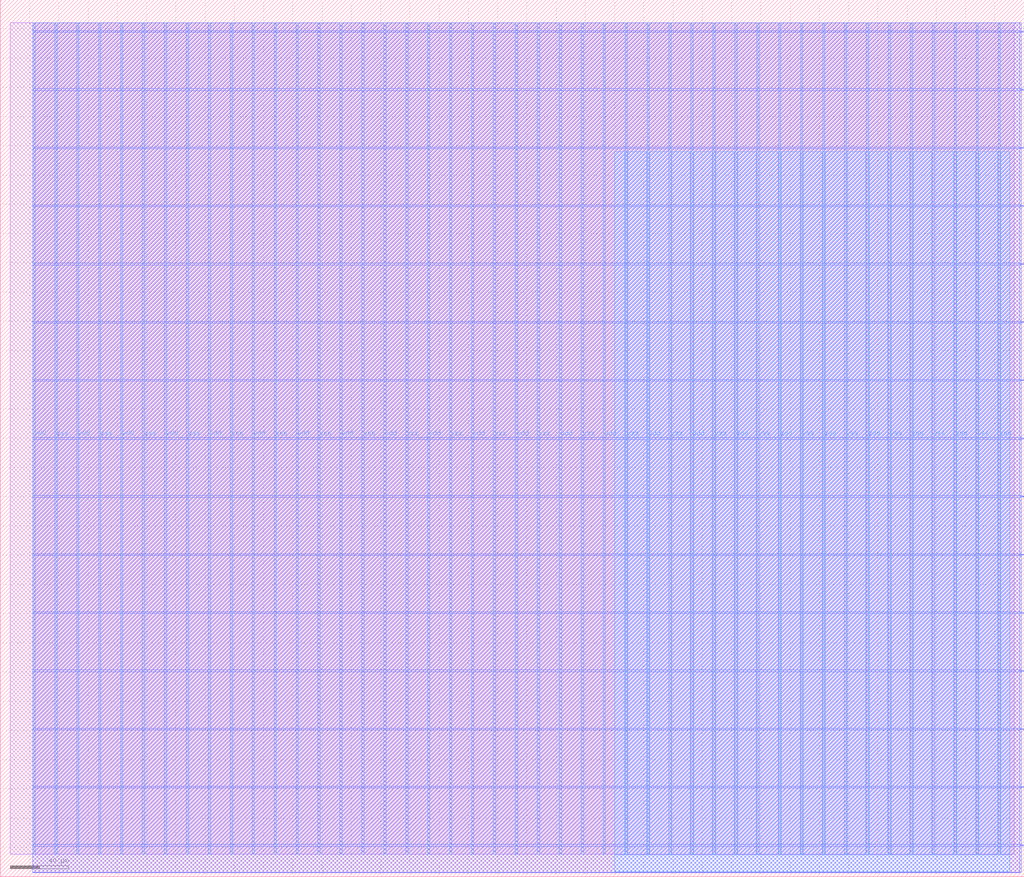
<source format=lef>
VERSION 5.7 ;
  NOWIREEXTENSIONATPIN ON ;
  DIVIDERCHAR "/" ;
  BUSBITCHARS "[]" ;
MACRO serv_0
  CLASS BLOCK ;
  FOREIGN serv_0 ;
  ORIGIN 0.000 0.000 ;
  SIZE 700.000 BY 600.000 ;
  PIN io_in[0]
    DIRECTION INPUT ;
    USE SIGNAL ;
    PORT
      LAYER Metal3 ;
        RECT 698.000 21.280 700.000 21.840 ;
    END
  END io_in[0]
  PIN io_in[1]
    DIRECTION INPUT ;
    USE SIGNAL ;
    PORT
      LAYER Metal3 ;
        RECT 698.000 61.040 700.000 61.600 ;
    END
  END io_in[1]
  PIN io_in[2]
    DIRECTION INPUT ;
    USE SIGNAL ;
    PORT
      LAYER Metal3 ;
        RECT 698.000 100.800 700.000 101.360 ;
    END
  END io_in[2]
  PIN io_in[3]
    DIRECTION INPUT ;
    USE SIGNAL ;
    PORT
      LAYER Metal3 ;
        RECT 698.000 140.560 700.000 141.120 ;
    END
  END io_in[3]
  PIN io_in[4]
    DIRECTION INPUT ;
    USE SIGNAL ;
    PORT
      LAYER Metal3 ;
        RECT 698.000 180.320 700.000 180.880 ;
    END
  END io_in[4]
  PIN io_oeb[0]
    DIRECTION OUTPUT TRISTATE ;
    USE SIGNAL ;
    PORT
      LAYER Metal3 ;
        RECT 698.000 418.880 700.000 419.440 ;
    END
  END io_oeb[0]
  PIN io_oeb[1]
    DIRECTION OUTPUT TRISTATE ;
    USE SIGNAL ;
    PORT
      LAYER Metal3 ;
        RECT 698.000 458.640 700.000 459.200 ;
    END
  END io_oeb[1]
  PIN io_oeb[2]
    DIRECTION OUTPUT TRISTATE ;
    USE SIGNAL ;
    PORT
      LAYER Metal3 ;
        RECT 698.000 498.400 700.000 498.960 ;
    END
  END io_oeb[2]
  PIN io_oeb[3]
    DIRECTION OUTPUT TRISTATE ;
    USE SIGNAL ;
    PORT
      LAYER Metal3 ;
        RECT 698.000 538.160 700.000 538.720 ;
    END
  END io_oeb[3]
  PIN io_oeb[4]
    DIRECTION OUTPUT TRISTATE ;
    USE SIGNAL ;
    PORT
      LAYER Metal3 ;
        RECT 698.000 577.920 700.000 578.480 ;
    END
  END io_oeb[4]
  PIN io_out[0]
    DIRECTION OUTPUT TRISTATE ;
    USE SIGNAL ;
    PORT
      LAYER Metal3 ;
        RECT 698.000 220.080 700.000 220.640 ;
    END
  END io_out[0]
  PIN io_out[1]
    DIRECTION OUTPUT TRISTATE ;
    USE SIGNAL ;
    PORT
      LAYER Metal3 ;
        RECT 698.000 259.840 700.000 260.400 ;
    END
  END io_out[1]
  PIN io_out[2]
    DIRECTION OUTPUT TRISTATE ;
    USE SIGNAL ;
    PORT
      LAYER Metal3 ;
        RECT 698.000 299.600 700.000 300.160 ;
    END
  END io_out[2]
  PIN io_out[3]
    DIRECTION OUTPUT TRISTATE ;
    USE SIGNAL ;
    PORT
      LAYER Metal3 ;
        RECT 698.000 339.360 700.000 339.920 ;
    END
  END io_out[3]
  PIN io_out[4]
    DIRECTION OUTPUT TRISTATE ;
    USE SIGNAL ;
    PORT
      LAYER Metal3 ;
        RECT 698.000 379.120 700.000 379.680 ;
    END
  END io_out[4]
  PIN vdd
    DIRECTION INOUT ;
    USE POWER ;
    PORT
      LAYER Metal4 ;
        RECT 22.240 15.380 23.840 584.380 ;
    END
    PORT
      LAYER Metal4 ;
        RECT 52.240 15.380 53.840 584.380 ;
    END
    PORT
      LAYER Metal4 ;
        RECT 82.240 15.380 83.840 584.380 ;
    END
    PORT
      LAYER Metal4 ;
        RECT 112.240 15.380 113.840 584.380 ;
    END
    PORT
      LAYER Metal4 ;
        RECT 142.240 15.380 143.840 584.380 ;
    END
    PORT
      LAYER Metal4 ;
        RECT 172.240 15.380 173.840 584.380 ;
    END
    PORT
      LAYER Metal4 ;
        RECT 202.240 15.380 203.840 584.380 ;
    END
    PORT
      LAYER Metal4 ;
        RECT 232.240 15.380 233.840 584.380 ;
    END
    PORT
      LAYER Metal4 ;
        RECT 262.240 15.380 263.840 584.380 ;
    END
    PORT
      LAYER Metal4 ;
        RECT 292.240 15.380 293.840 584.380 ;
    END
    PORT
      LAYER Metal4 ;
        RECT 322.240 15.380 323.840 584.380 ;
    END
    PORT
      LAYER Metal4 ;
        RECT 352.240 15.380 353.840 584.380 ;
    END
    PORT
      LAYER Metal4 ;
        RECT 382.240 15.380 383.840 584.380 ;
    END
    PORT
      LAYER Metal4 ;
        RECT 412.240 15.380 413.840 584.380 ;
    END
    PORT
      LAYER Metal4 ;
        RECT 442.240 15.380 443.840 584.380 ;
    END
    PORT
      LAYER Metal4 ;
        RECT 472.240 15.380 473.840 584.380 ;
    END
    PORT
      LAYER Metal4 ;
        RECT 502.240 15.380 503.840 584.380 ;
    END
    PORT
      LAYER Metal4 ;
        RECT 532.240 15.380 533.840 584.380 ;
    END
    PORT
      LAYER Metal4 ;
        RECT 562.240 15.380 563.840 584.380 ;
    END
    PORT
      LAYER Metal4 ;
        RECT 592.240 15.380 593.840 584.380 ;
    END
    PORT
      LAYER Metal4 ;
        RECT 622.240 15.380 623.840 584.380 ;
    END
    PORT
      LAYER Metal4 ;
        RECT 652.240 15.380 653.840 584.380 ;
    END
    PORT
      LAYER Metal4 ;
        RECT 682.240 15.380 683.840 584.380 ;
    END
  END vdd
  PIN vss
    DIRECTION INOUT ;
    USE GROUND ;
    PORT
      LAYER Metal4 ;
        RECT 37.240 15.380 38.840 584.380 ;
    END
    PORT
      LAYER Metal4 ;
        RECT 67.240 15.380 68.840 584.380 ;
    END
    PORT
      LAYER Metal4 ;
        RECT 97.240 15.380 98.840 584.380 ;
    END
    PORT
      LAYER Metal4 ;
        RECT 127.240 15.380 128.840 584.380 ;
    END
    PORT
      LAYER Metal4 ;
        RECT 157.240 15.380 158.840 584.380 ;
    END
    PORT
      LAYER Metal4 ;
        RECT 187.240 15.380 188.840 584.380 ;
    END
    PORT
      LAYER Metal4 ;
        RECT 217.240 15.380 218.840 584.380 ;
    END
    PORT
      LAYER Metal4 ;
        RECT 247.240 15.380 248.840 584.380 ;
    END
    PORT
      LAYER Metal4 ;
        RECT 277.240 15.380 278.840 584.380 ;
    END
    PORT
      LAYER Metal4 ;
        RECT 307.240 15.380 308.840 584.380 ;
    END
    PORT
      LAYER Metal4 ;
        RECT 337.240 15.380 338.840 584.380 ;
    END
    PORT
      LAYER Metal4 ;
        RECT 367.240 15.380 368.840 584.380 ;
    END
    PORT
      LAYER Metal4 ;
        RECT 397.240 15.380 398.840 584.380 ;
    END
    PORT
      LAYER Metal4 ;
        RECT 427.240 15.380 428.840 584.380 ;
    END
    PORT
      LAYER Metal4 ;
        RECT 457.240 15.380 458.840 584.380 ;
    END
    PORT
      LAYER Metal4 ;
        RECT 487.240 15.380 488.840 584.380 ;
    END
    PORT
      LAYER Metal4 ;
        RECT 517.240 15.380 518.840 584.380 ;
    END
    PORT
      LAYER Metal4 ;
        RECT 547.240 15.380 548.840 584.380 ;
    END
    PORT
      LAYER Metal4 ;
        RECT 577.240 15.380 578.840 584.380 ;
    END
    PORT
      LAYER Metal4 ;
        RECT 607.240 15.380 608.840 584.380 ;
    END
    PORT
      LAYER Metal4 ;
        RECT 637.240 15.380 638.840 584.380 ;
    END
    PORT
      LAYER Metal4 ;
        RECT 667.240 15.380 668.840 584.380 ;
    END
  END vss
  OBS
      LAYER Metal1 ;
        RECT 6.720 15.380 693.280 584.380 ;
      LAYER Metal2 ;
        RECT 22.380 2.890 697.060 584.270 ;
      LAYER Metal3 ;
        RECT 22.330 578.780 698.000 584.220 ;
        RECT 22.330 577.620 697.700 578.780 ;
        RECT 22.330 539.020 698.000 577.620 ;
        RECT 22.330 537.860 697.700 539.020 ;
        RECT 22.330 499.260 698.000 537.860 ;
        RECT 22.330 498.100 697.700 499.260 ;
        RECT 22.330 459.500 698.000 498.100 ;
        RECT 22.330 458.340 697.700 459.500 ;
        RECT 22.330 419.740 698.000 458.340 ;
        RECT 22.330 418.580 697.700 419.740 ;
        RECT 22.330 379.980 698.000 418.580 ;
        RECT 22.330 378.820 697.700 379.980 ;
        RECT 22.330 340.220 698.000 378.820 ;
        RECT 22.330 339.060 697.700 340.220 ;
        RECT 22.330 300.460 698.000 339.060 ;
        RECT 22.330 299.300 697.700 300.460 ;
        RECT 22.330 260.700 698.000 299.300 ;
        RECT 22.330 259.540 697.700 260.700 ;
        RECT 22.330 220.940 698.000 259.540 ;
        RECT 22.330 219.780 697.700 220.940 ;
        RECT 22.330 181.180 698.000 219.780 ;
        RECT 22.330 180.020 697.700 181.180 ;
        RECT 22.330 141.420 698.000 180.020 ;
        RECT 22.330 140.260 697.700 141.420 ;
        RECT 22.330 101.660 698.000 140.260 ;
        RECT 22.330 100.500 697.700 101.660 ;
        RECT 22.330 61.900 698.000 100.500 ;
        RECT 22.330 60.740 697.700 61.900 ;
        RECT 22.330 22.140 698.000 60.740 ;
        RECT 22.330 20.980 697.700 22.140 ;
        RECT 22.330 2.940 698.000 20.980 ;
      LAYER Metal4 ;
        RECT 420.140 15.080 426.940 496.070 ;
        RECT 429.140 15.080 441.940 496.070 ;
        RECT 444.140 15.080 456.940 496.070 ;
        RECT 459.140 15.080 471.940 496.070 ;
        RECT 474.140 15.080 486.940 496.070 ;
        RECT 489.140 15.080 501.940 496.070 ;
        RECT 504.140 15.080 516.940 496.070 ;
        RECT 519.140 15.080 531.940 496.070 ;
        RECT 534.140 15.080 546.940 496.070 ;
        RECT 549.140 15.080 561.940 496.070 ;
        RECT 564.140 15.080 576.940 496.070 ;
        RECT 579.140 15.080 591.940 496.070 ;
        RECT 594.140 15.080 606.940 496.070 ;
        RECT 609.140 15.080 621.940 496.070 ;
        RECT 624.140 15.080 636.940 496.070 ;
        RECT 639.140 15.080 651.940 496.070 ;
        RECT 654.140 15.080 666.940 496.070 ;
        RECT 669.140 15.080 681.940 496.070 ;
        RECT 684.140 15.080 690.340 496.070 ;
        RECT 420.140 3.450 690.340 15.080 ;
  END
END serv_0
END LIBRARY


</source>
